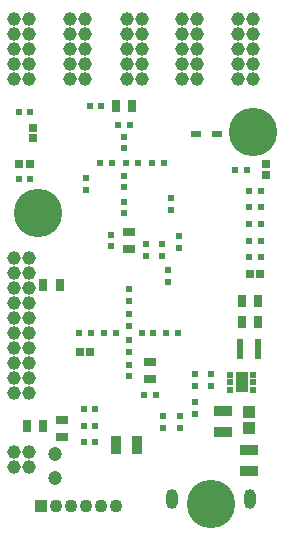
<source format=gbs>
G04*
G04 #@! TF.GenerationSoftware,Altium Limited,Altium Designer,20.2.6 (244)*
G04*
G04 Layer_Color=16711935*
%FSLAX25Y25*%
%MOIN*%
G70*
G04*
G04 #@! TF.SameCoordinates,98B12EC8-E559-45FE-9E7D-FCD1A3165D23*
G04*
G04*
G04 #@! TF.FilePolarity,Negative*
G04*
G01*
G75*
%ADD39R,0.02362X0.02362*%
%ADD43R,0.02362X0.02362*%
%ADD47R,0.03543X0.05906*%
%ADD49R,0.02913X0.02756*%
%ADD50O,0.03937X0.06693*%
%ADD51C,0.04724*%
%ADD52C,0.04528*%
%ADD53C,0.04331*%
%ADD54R,0.04331X0.04331*%
%ADD76R,0.02244X0.01968*%
%ADD77R,0.04134X0.07087*%
%ADD78C,0.16142*%
%ADD79R,0.02756X0.04331*%
%ADD80R,0.04331X0.02756*%
%ADD81R,0.02362X0.06693*%
%ADD82R,0.03543X0.02362*%
%ADD83R,0.02756X0.02913*%
%ADD84R,0.05906X0.03543*%
%ADD85R,0.04331X0.03937*%
D39*
X60236Y87795D02*
D03*
Y83858D02*
D03*
X64567Y35039D02*
D03*
Y38976D02*
D03*
X58661Y35039D02*
D03*
Y38976D02*
D03*
X45669Y106693D02*
D03*
Y110630D02*
D03*
Y119291D02*
D03*
Y115354D02*
D03*
Y128347D02*
D03*
Y132283D02*
D03*
X53150Y96457D02*
D03*
Y92520D02*
D03*
X58268Y96457D02*
D03*
Y92520D02*
D03*
X61417Y107874D02*
D03*
Y111811D02*
D03*
X69291Y39764D02*
D03*
Y43701D02*
D03*
X69291Y53150D02*
D03*
Y49213D02*
D03*
X74803D02*
D03*
Y53150D02*
D03*
X47244Y52362D02*
D03*
Y56299D02*
D03*
Y64567D02*
D03*
Y60630D02*
D03*
Y73228D02*
D03*
Y69291D02*
D03*
Y81496D02*
D03*
Y77559D02*
D03*
X41339Y95669D02*
D03*
Y99606D02*
D03*
X33071Y118504D02*
D03*
Y114567D02*
D03*
X64173Y99213D02*
D03*
Y95276D02*
D03*
D43*
X52362Y46063D02*
D03*
X56299D02*
D03*
X36220Y30315D02*
D03*
X32283D02*
D03*
X32283Y35827D02*
D03*
X36220D02*
D03*
Y41339D02*
D03*
X32283D02*
D03*
X87402Y114173D02*
D03*
X91339D02*
D03*
X87402Y108661D02*
D03*
X91339D02*
D03*
X87402Y97638D02*
D03*
X91339D02*
D03*
X87402Y103150D02*
D03*
X91339D02*
D03*
Y92126D02*
D03*
X87402D02*
D03*
X14567Y118110D02*
D03*
X10630D02*
D03*
X14567Y140551D02*
D03*
X10630D02*
D03*
X30709Y66929D02*
D03*
X34646D02*
D03*
X42913D02*
D03*
X38976D02*
D03*
X34252Y142520D02*
D03*
X38189D02*
D03*
X43701Y136221D02*
D03*
X47638D02*
D03*
X51575Y66929D02*
D03*
X55512D02*
D03*
X63780D02*
D03*
X59843D02*
D03*
X86614Y121260D02*
D03*
X82677D02*
D03*
X41732Y123622D02*
D03*
X37795D02*
D03*
X46457D02*
D03*
X50394D02*
D03*
X55118D02*
D03*
X59055D02*
D03*
D47*
X50000Y29527D02*
D03*
X42914D02*
D03*
D49*
X15354Y135197D02*
D03*
Y131732D02*
D03*
X92913Y122992D02*
D03*
Y119528D02*
D03*
D50*
X61811Y11614D02*
D03*
X87795D02*
D03*
D51*
X22835Y26378D02*
D03*
Y18504D02*
D03*
D52*
X8917Y81791D02*
D03*
X13917D02*
D03*
X8917Y76791D02*
D03*
X13917D02*
D03*
X8917Y71791D02*
D03*
X13917D02*
D03*
Y46791D02*
D03*
X8917D02*
D03*
X13917Y51791D02*
D03*
X8917D02*
D03*
X13917Y56791D02*
D03*
X8917D02*
D03*
X13917Y61791D02*
D03*
X8917D02*
D03*
X13917Y66791D02*
D03*
X8917D02*
D03*
X13917Y86791D02*
D03*
X8917D02*
D03*
X13917Y91791D02*
D03*
X8917D02*
D03*
X13917Y22303D02*
D03*
X8917D02*
D03*
X13917Y27303D02*
D03*
X8917D02*
D03*
X88721Y151417D02*
D03*
X83720D02*
D03*
X88721Y156417D02*
D03*
X83720D02*
D03*
X88721Y161417D02*
D03*
X83720D02*
D03*
X88721Y166417D02*
D03*
X83720D02*
D03*
X88721Y171417D02*
D03*
X83720D02*
D03*
X70217Y151417D02*
D03*
X65216D02*
D03*
X70217Y156417D02*
D03*
X65216D02*
D03*
X70217Y161417D02*
D03*
X65216D02*
D03*
X70217Y166417D02*
D03*
X65216D02*
D03*
X70217Y171417D02*
D03*
X65216D02*
D03*
X51713Y151417D02*
D03*
X46713D02*
D03*
X51713Y156417D02*
D03*
X46713D02*
D03*
X51713Y161417D02*
D03*
X46713D02*
D03*
X51713Y166417D02*
D03*
X46713D02*
D03*
X51713Y171417D02*
D03*
X46713D02*
D03*
X32815Y151417D02*
D03*
X27815D02*
D03*
X32815Y156417D02*
D03*
X27815D02*
D03*
X32815Y161417D02*
D03*
X27815D02*
D03*
X32815Y166417D02*
D03*
X27815D02*
D03*
X32815Y171417D02*
D03*
X27815D02*
D03*
X13917Y151417D02*
D03*
X8917D02*
D03*
X13917Y156417D02*
D03*
X8917D02*
D03*
X13917Y161417D02*
D03*
X8917D02*
D03*
X13917Y166417D02*
D03*
X8917D02*
D03*
X13917Y171417D02*
D03*
X8917D02*
D03*
D53*
X43209Y9055D02*
D03*
X38209D02*
D03*
X33209D02*
D03*
X28209D02*
D03*
X23209D02*
D03*
D54*
X18209D02*
D03*
D76*
X81201Y52953D02*
D03*
Y47835D02*
D03*
Y50394D02*
D03*
X88878Y47835D02*
D03*
Y50394D02*
D03*
Y52953D02*
D03*
D77*
X85039Y50394D02*
D03*
D78*
X88583Y133858D02*
D03*
X16929Y106693D02*
D03*
X74803Y9843D02*
D03*
D79*
X24409Y82677D02*
D03*
X18898D02*
D03*
Y35827D02*
D03*
X13386D02*
D03*
X48425Y142520D02*
D03*
X42913D02*
D03*
X90551Y77559D02*
D03*
X85039D02*
D03*
X90551Y70472D02*
D03*
X85039D02*
D03*
D80*
X25197Y32283D02*
D03*
Y37795D02*
D03*
X54331Y51575D02*
D03*
Y57087D02*
D03*
X47244Y100394D02*
D03*
Y94882D02*
D03*
D81*
X90354Y61417D02*
D03*
X84449D02*
D03*
D82*
X76772Y133071D02*
D03*
X69685D02*
D03*
D83*
X91102Y86614D02*
D03*
X87638D02*
D03*
X30945Y60630D02*
D03*
X34409D02*
D03*
X14331Y123228D02*
D03*
X10866D02*
D03*
D84*
X78741Y40945D02*
D03*
Y33859D02*
D03*
X87402Y27953D02*
D03*
Y20866D02*
D03*
D85*
X87402Y35138D02*
D03*
Y40453D02*
D03*
M02*

</source>
